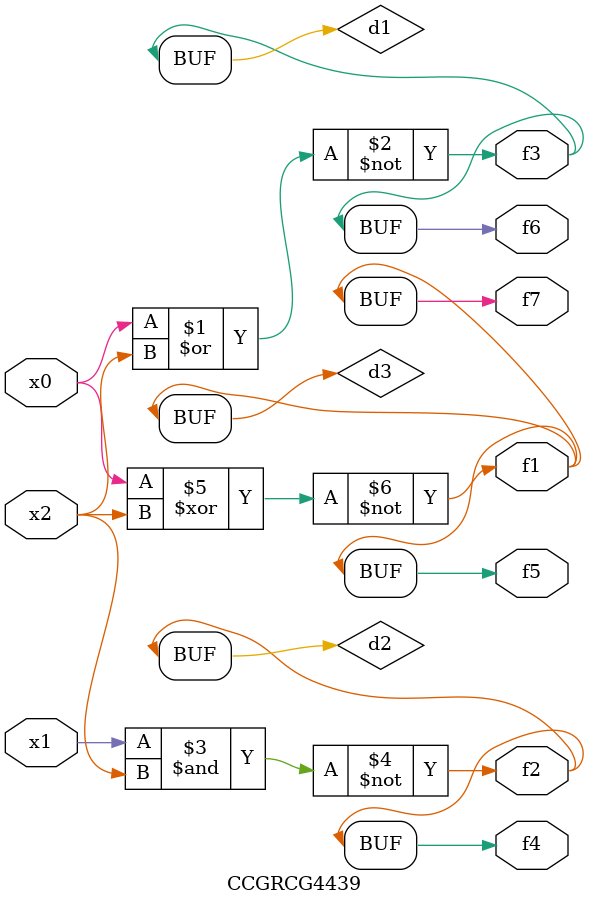
<source format=v>
module CCGRCG4439(
	input x0, x1, x2,
	output f1, f2, f3, f4, f5, f6, f7
);

	wire d1, d2, d3;

	nor (d1, x0, x2);
	nand (d2, x1, x2);
	xnor (d3, x0, x2);
	assign f1 = d3;
	assign f2 = d2;
	assign f3 = d1;
	assign f4 = d2;
	assign f5 = d3;
	assign f6 = d1;
	assign f7 = d3;
endmodule

</source>
